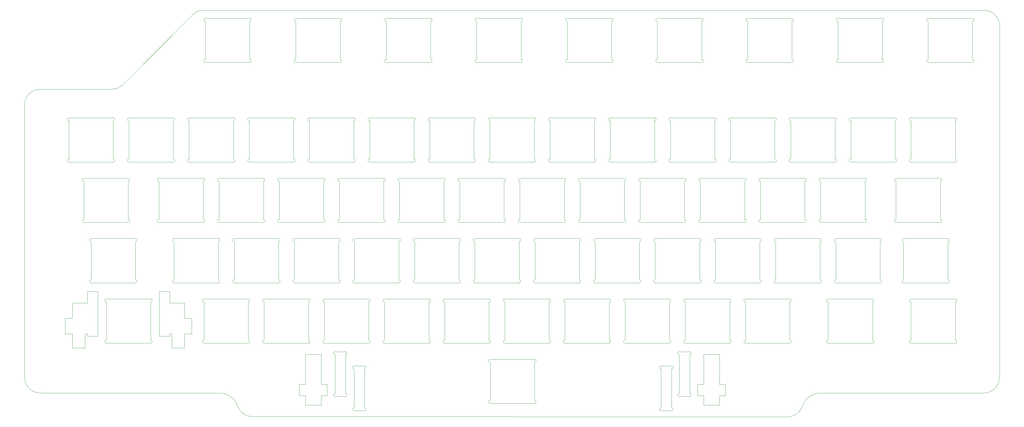
<source format=gm1>
G04 #@! TF.GenerationSoftware,KiCad,Pcbnew,(5.1.10)-1*
G04 #@! TF.CreationDate,2021-11-07T18:25:41-08:00*
G04 #@! TF.ProjectId,Atari130MXPlate,41746172-6931-4333-904d-58506c617465,C.4*
G04 #@! TF.SameCoordinates,Original*
G04 #@! TF.FileFunction,Profile,NP*
%FSLAX46Y46*%
G04 Gerber Fmt 4.6, Leading zero omitted, Abs format (unit mm)*
G04 Created by KiCad (PCBNEW (5.1.10)-1) date 2021-11-07 18:25:41*
%MOMM*%
%LPD*%
G01*
G04 APERTURE LIST*
G04 #@! TA.AperFunction,Profile*
%ADD10C,0.050000*%
G04 #@! TD*
G04 #@! TA.AperFunction,Profile*
%ADD11C,0.120000*%
G04 #@! TD*
G04 APERTURE END LIST*
D10*
X85401918Y-23152338D02*
G75*
G02*
X88902060Y-21690000I3530622J-3530622D01*
G01*
X63432540Y-45218494D02*
G75*
G02*
X59897006Y-46682960I-3535534J3535534D01*
G01*
X32370000Y-51690000D02*
G75*
G02*
X37370000Y-46690000I5000000J0D01*
G01*
X37370000Y-142690000D02*
G75*
G02*
X32370000Y-137690000I0J5000000D01*
G01*
X93977645Y-142706976D02*
X37370000Y-142690000D01*
X99720157Y-146884367D02*
G75*
G03*
X93977645Y-142706976I-5742512J-1858319D01*
G01*
X99720157Y-146884367D02*
G75*
G03*
X104418620Y-150174266I4698463J1710101D01*
G01*
X278089444Y-146906806D02*
G75*
G02*
X283838715Y-142708398I5749271J-1837302D01*
G01*
X278089444Y-146906806D02*
G75*
G02*
X273390981Y-150196705I-4698463J1710101D01*
G01*
X340370000Y-137690000D02*
G75*
G02*
X335370000Y-142690000I-5000000J0D01*
G01*
X335370000Y-21690000D02*
G75*
G02*
X340370000Y-26690000I0J-5000000D01*
G01*
X63432540Y-45218494D02*
X85401918Y-23152338D01*
X37370000Y-46690000D02*
X59897006Y-46682960D01*
X32370000Y-137690000D02*
X32370000Y-51690000D01*
X273390981Y-150196705D02*
X104418620Y-150174266D01*
X335370000Y-21690000D02*
X88902060Y-21690000D01*
X340370000Y-137690000D02*
X340370000Y-26690000D01*
X283838715Y-142708398D02*
X335370000Y-142690000D01*
D11*
X103470000Y-24240000D02*
G75*
G02*
X103470000Y-25240000I0J-500000D01*
G01*
X89470000Y-25240000D02*
G75*
G02*
X89470000Y-24240000I0J500000D01*
G01*
X103470000Y-37240000D02*
G75*
G02*
X103470000Y-38240000I0J-500000D01*
G01*
X89470000Y-38240000D02*
G75*
G02*
X89470000Y-37240000I0J500000D01*
G01*
X89470000Y-38240000D02*
X103470000Y-38240000D01*
X89470000Y-24240000D02*
X103470000Y-24240000D01*
X89470000Y-25240000D02*
X89470000Y-37240000D01*
X103470000Y-25240000D02*
X103470000Y-37240000D01*
X132045000Y-24240000D02*
G75*
G02*
X132045000Y-25240000I0J-500000D01*
G01*
X118045000Y-25240000D02*
G75*
G02*
X118045000Y-24240000I0J500000D01*
G01*
X132045000Y-37240000D02*
G75*
G02*
X132045000Y-38240000I0J-500000D01*
G01*
X118045000Y-38240000D02*
G75*
G02*
X118045000Y-37240000I0J500000D01*
G01*
X118045000Y-38240000D02*
X132045000Y-38240000D01*
X118045000Y-24240000D02*
X132045000Y-24240000D01*
X118045000Y-25240000D02*
X118045000Y-37240000D01*
X132045000Y-25240000D02*
X132045000Y-37240000D01*
X160620000Y-24240000D02*
G75*
G02*
X160620000Y-25240000I0J-500000D01*
G01*
X146620000Y-25240000D02*
G75*
G02*
X146620000Y-24240000I0J500000D01*
G01*
X160620000Y-37240000D02*
G75*
G02*
X160620000Y-38240000I0J-500000D01*
G01*
X146620000Y-38240000D02*
G75*
G02*
X146620000Y-37240000I0J500000D01*
G01*
X146620000Y-38240000D02*
X160620000Y-38240000D01*
X146620000Y-24240000D02*
X160620000Y-24240000D01*
X146620000Y-25240000D02*
X146620000Y-37240000D01*
X160620000Y-25240000D02*
X160620000Y-37240000D01*
X189195000Y-24240000D02*
G75*
G02*
X189195000Y-25240000I0J-500000D01*
G01*
X175195000Y-25240000D02*
G75*
G02*
X175195000Y-24240000I0J500000D01*
G01*
X189195000Y-37240000D02*
G75*
G02*
X189195000Y-38240000I0J-500000D01*
G01*
X175195000Y-38240000D02*
G75*
G02*
X175195000Y-37240000I0J500000D01*
G01*
X175195000Y-38240000D02*
X189195000Y-38240000D01*
X175195000Y-24240000D02*
X189195000Y-24240000D01*
X175195000Y-25240000D02*
X175195000Y-37240000D01*
X189195000Y-25240000D02*
X189195000Y-37240000D01*
X303270000Y-24240000D02*
G75*
G02*
X303270000Y-25240000I0J-500000D01*
G01*
X289270000Y-25240000D02*
G75*
G02*
X289270000Y-24240000I0J500000D01*
G01*
X303270000Y-37240000D02*
G75*
G02*
X303270000Y-38240000I0J-500000D01*
G01*
X289270000Y-38240000D02*
G75*
G02*
X289270000Y-37240000I0J500000D01*
G01*
X289270000Y-38240000D02*
X303270000Y-38240000D01*
X289270000Y-24240000D02*
X303270000Y-24240000D01*
X289270000Y-25240000D02*
X289270000Y-37240000D01*
X303270000Y-25240000D02*
X303270000Y-37240000D01*
X246270000Y-24240000D02*
G75*
G02*
X246270000Y-25240000I0J-500000D01*
G01*
X232270000Y-25240000D02*
G75*
G02*
X232270000Y-24240000I0J500000D01*
G01*
X246270000Y-37240000D02*
G75*
G02*
X246270000Y-38240000I0J-500000D01*
G01*
X232270000Y-38240000D02*
G75*
G02*
X232270000Y-37240000I0J500000D01*
G01*
X232270000Y-38240000D02*
X246270000Y-38240000D01*
X232270000Y-24240000D02*
X246270000Y-24240000D01*
X232270000Y-25240000D02*
X232270000Y-37240000D01*
X246270000Y-25240000D02*
X246270000Y-37240000D01*
X217770000Y-24240000D02*
G75*
G02*
X217770000Y-25240000I0J-500000D01*
G01*
X203770000Y-25240000D02*
G75*
G02*
X203770000Y-24240000I0J500000D01*
G01*
X217770000Y-37240000D02*
G75*
G02*
X217770000Y-38240000I0J-500000D01*
G01*
X203770000Y-38240000D02*
G75*
G02*
X203770000Y-37240000I0J500000D01*
G01*
X203770000Y-38240000D02*
X217770000Y-38240000D01*
X203770000Y-24240000D02*
X217770000Y-24240000D01*
X203770000Y-25240000D02*
X203770000Y-37240000D01*
X217770000Y-25240000D02*
X217770000Y-37240000D01*
X331770000Y-24240000D02*
G75*
G02*
X331770000Y-25240000I0J-500000D01*
G01*
X317770000Y-25240000D02*
G75*
G02*
X317770000Y-24240000I0J500000D01*
G01*
X331770000Y-37240000D02*
G75*
G02*
X331770000Y-38240000I0J-500000D01*
G01*
X317770000Y-38240000D02*
G75*
G02*
X317770000Y-37240000I0J500000D01*
G01*
X317770000Y-38240000D02*
X331770000Y-38240000D01*
X317770000Y-24240000D02*
X331770000Y-24240000D01*
X317770000Y-25240000D02*
X317770000Y-37240000D01*
X331770000Y-25240000D02*
X331770000Y-37240000D01*
X274770000Y-24240000D02*
G75*
G02*
X274770000Y-25240000I0J-500000D01*
G01*
X260770000Y-25240000D02*
G75*
G02*
X260770000Y-24240000I0J500000D01*
G01*
X274770000Y-37240000D02*
G75*
G02*
X274770000Y-38240000I0J-500000D01*
G01*
X260770000Y-38240000D02*
G75*
G02*
X260770000Y-37240000I0J500000D01*
G01*
X260770000Y-38240000D02*
X274770000Y-38240000D01*
X260770000Y-24240000D02*
X274770000Y-24240000D01*
X260770000Y-25240000D02*
X260770000Y-37240000D01*
X274770000Y-25240000D02*
X274770000Y-37240000D01*
X236770000Y-147310000D02*
G75*
G02*
X236770000Y-148310000I0J-500000D01*
G01*
X233470000Y-135110000D02*
G75*
G02*
X233470000Y-134110000I0J500000D01*
G01*
X233470000Y-148310000D02*
G75*
G02*
X233470000Y-147310000I0J500000D01*
G01*
X236770000Y-134110000D02*
G75*
G02*
X236770000Y-135110000I0J-500000D01*
G01*
X136470000Y-135110000D02*
G75*
G02*
X136470000Y-134110000I0J500000D01*
G01*
X136470000Y-148310000D02*
G75*
G02*
X136470000Y-147310000I0J500000D01*
G01*
X139770000Y-147310000D02*
G75*
G02*
X139770000Y-148310000I0J-500000D01*
G01*
X139770000Y-134110000D02*
G75*
G02*
X139770000Y-135110000I0J-500000D01*
G01*
X242470000Y-142810000D02*
G75*
G02*
X242470000Y-143810000I0J-500000D01*
G01*
X242470000Y-129610000D02*
G75*
G02*
X242470000Y-130610000I0J-500000D01*
G01*
X239170000Y-143810000D02*
G75*
G02*
X239170000Y-142810000I0J500000D01*
G01*
X239170000Y-130610000D02*
G75*
G02*
X239170000Y-129610000I0J500000D01*
G01*
X130470000Y-143810000D02*
G75*
G02*
X130470000Y-142810000I0J500000D01*
G01*
X130470000Y-130610000D02*
G75*
G02*
X130470000Y-129610000I0J500000D01*
G01*
X133770000Y-142810000D02*
G75*
G02*
X133770000Y-143810000I0J-500000D01*
G01*
X133770000Y-129610000D02*
G75*
G02*
X133770000Y-130610000I0J-500000D01*
G01*
X179470000Y-133010000D02*
G75*
G02*
X179470000Y-132010000I0J500000D01*
G01*
X193470000Y-132010000D02*
G75*
G02*
X193470000Y-133010000I0J-500000D01*
G01*
X193470000Y-145010000D02*
G75*
G02*
X193470000Y-146010000I0J-500000D01*
G01*
X179470000Y-146010000D02*
G75*
G02*
X179470000Y-145010000I0J500000D01*
G01*
X179470000Y-132010000D02*
X193470000Y-132010000D01*
X179470000Y-146010000D02*
X193470000Y-146010000D01*
X179470000Y-133010000D02*
X179470000Y-145010000D01*
X193470000Y-133010000D02*
X193470000Y-145010000D01*
X130470000Y-143810000D02*
X133770000Y-143810000D01*
X130470000Y-130610000D02*
X130470000Y-142810000D01*
X133770000Y-129610000D02*
X130470000Y-129610000D01*
X133770000Y-130610000D02*
X133770000Y-142810000D01*
X239170000Y-143810000D02*
X242470000Y-143810000D01*
X239170000Y-130610000D02*
X239170000Y-142810000D01*
X242470000Y-129610000D02*
X239170000Y-129610000D01*
X242470000Y-130610000D02*
X242470000Y-142810000D01*
X126070000Y-130510000D02*
X121070000Y-130510000D01*
X121070000Y-130510000D02*
X121070000Y-140010000D01*
X126070000Y-130510000D02*
X126070000Y-140010000D01*
X126070000Y-143510000D02*
X126070000Y-146510000D01*
X121070000Y-143510000D02*
X121070000Y-146510000D01*
X121070000Y-146510000D02*
X126070000Y-146510000D01*
X119170000Y-140010000D02*
X119170000Y-143510000D01*
X127970000Y-140010000D02*
X127970000Y-143510000D01*
X119170000Y-140010000D02*
X121070000Y-140010000D01*
X119170000Y-143510000D02*
X121070000Y-143510000D01*
X126070000Y-143510000D02*
X127970000Y-143510000D01*
X126070000Y-140010000D02*
X127970000Y-140010000D01*
X244970000Y-143510000D02*
X246870000Y-143510000D01*
X251870000Y-143510000D02*
X253770000Y-143510000D01*
X251870000Y-140010000D02*
X253770000Y-140010000D01*
X244970000Y-140010000D02*
X246870000Y-140010000D01*
X253770000Y-140010000D02*
X253770000Y-143510000D01*
X251870000Y-143510000D02*
X251870000Y-146510000D01*
X246870000Y-130510000D02*
X246870000Y-140010000D01*
X246870000Y-143510000D02*
X246870000Y-146510000D01*
X251870000Y-130510000D02*
X251870000Y-140010000D01*
X244970000Y-140010000D02*
X244970000Y-143510000D01*
X251870000Y-130510000D02*
X246870000Y-130510000D01*
X246870000Y-146510000D02*
X251870000Y-146510000D01*
X136470000Y-148310000D02*
X139770000Y-148310000D01*
X136470000Y-135110000D02*
X136470000Y-147310000D01*
X139770000Y-135110000D02*
X139770000Y-147310000D01*
X139770000Y-134110000D02*
X136470000Y-134110000D01*
X233470000Y-148310000D02*
X236770000Y-148310000D01*
X236770000Y-135110000D02*
X236770000Y-147310000D01*
X233470000Y-135110000D02*
X233470000Y-147310000D01*
X236770000Y-134110000D02*
X233470000Y-134110000D01*
X82920000Y-128460000D02*
X82920000Y-123960000D01*
X78220000Y-123960000D02*
X78920000Y-123960000D01*
X82920000Y-114260000D02*
X82920000Y-119060000D01*
X82920000Y-123960000D02*
X85220000Y-123960000D01*
X85220000Y-123960000D02*
X85220000Y-119060000D01*
X78920000Y-128460000D02*
X82920000Y-128460000D01*
X78920000Y-123960000D02*
X78920000Y-128460000D01*
X85220000Y-119060000D02*
X82920000Y-119060000D01*
X78220000Y-114260000D02*
X82920000Y-114260000D01*
X78220000Y-124760000D02*
X78220000Y-123960000D01*
X74920000Y-124760000D02*
X78220000Y-124760000D01*
X74920000Y-110560000D02*
X74920000Y-124760000D01*
X78220000Y-110560000D02*
X78220000Y-114260000D01*
X74920000Y-110560000D02*
X78220000Y-110560000D01*
X72220000Y-113960000D02*
X72220000Y-125960000D01*
X58220000Y-126960000D02*
X72220000Y-126960000D01*
X58220000Y-112960000D02*
X72220000Y-112960000D01*
X58220000Y-113960000D02*
X58220000Y-125960000D01*
X47520000Y-114260000D02*
X47520000Y-119060000D01*
X45220000Y-119060000D02*
X47520000Y-119060000D01*
X45220000Y-123960000D02*
X45220000Y-119060000D01*
X47520000Y-123960000D02*
X45220000Y-123960000D01*
X47520000Y-128460000D02*
X47520000Y-123960000D01*
X51520000Y-128460000D02*
X47520000Y-128460000D01*
X51520000Y-123960000D02*
X51520000Y-128460000D01*
X52220000Y-123960000D02*
X51520000Y-123960000D01*
X52220000Y-124760000D02*
X52220000Y-123960000D01*
X55520000Y-124760000D02*
X52220000Y-124760000D01*
X55520000Y-110560000D02*
X55520000Y-124760000D01*
X55520000Y-110560000D02*
X52220000Y-110560000D01*
X52220000Y-110560000D02*
X52220000Y-114260000D01*
X52220000Y-114260000D02*
X47520000Y-114260000D01*
X58220000Y-126960000D02*
G75*
G02*
X58220000Y-125960000I0J500000D01*
G01*
X72220000Y-112960000D02*
G75*
G02*
X72220000Y-113960000I0J-500000D01*
G01*
X58220000Y-113960000D02*
G75*
G02*
X58220000Y-112960000I0J500000D01*
G01*
X72220000Y-125960000D02*
G75*
G02*
X72220000Y-126960000I0J-500000D01*
G01*
X324010000Y-94860000D02*
X324010000Y-106860000D01*
X310010000Y-93860000D02*
X324010000Y-93860000D01*
X310010000Y-107860000D02*
X324010000Y-107860000D01*
X310010000Y-94860000D02*
X310010000Y-106860000D01*
X310010000Y-107860000D02*
G75*
G02*
X310010000Y-106860000I0J500000D01*
G01*
X324010000Y-106860000D02*
G75*
G02*
X324010000Y-107860000I0J-500000D01*
G01*
X310010000Y-94860000D02*
G75*
G02*
X310010000Y-93860000I0J500000D01*
G01*
X324010000Y-93860000D02*
G75*
G02*
X324010000Y-94860000I0J-500000D01*
G01*
X67410000Y-94860000D02*
X67410000Y-106860000D01*
X53410000Y-94860000D02*
X53410000Y-106860000D01*
X53410000Y-93860000D02*
X67410000Y-93860000D01*
X53410000Y-107860000D02*
X67410000Y-107860000D01*
X67410000Y-93860000D02*
G75*
G02*
X67410000Y-94860000I0J-500000D01*
G01*
X53410000Y-94860000D02*
G75*
G02*
X53410000Y-93860000I0J500000D01*
G01*
X67410000Y-106860000D02*
G75*
G02*
X67410000Y-107860000I0J-500000D01*
G01*
X53410000Y-107860000D02*
G75*
G02*
X53410000Y-106860000I0J500000D01*
G01*
X300195000Y-113960000D02*
X300195000Y-125960000D01*
X286195000Y-113960000D02*
X286195000Y-125960000D01*
X286195000Y-112960000D02*
X300195000Y-112960000D01*
X286195000Y-126960000D02*
X300195000Y-126960000D01*
X300195000Y-112960000D02*
G75*
G02*
X300195000Y-113960000I0J-500000D01*
G01*
X286195000Y-113960000D02*
G75*
G02*
X286195000Y-112960000I0J500000D01*
G01*
X300195000Y-125960000D02*
G75*
G02*
X300195000Y-126960000I0J-500000D01*
G01*
X286195000Y-126960000D02*
G75*
G02*
X286195000Y-125960000I0J500000D01*
G01*
X51130000Y-88790000D02*
X65130000Y-88790000D01*
X51130000Y-74790000D02*
X65130000Y-74790000D01*
X51130000Y-75790000D02*
X51130000Y-87790000D01*
X65130000Y-75790000D02*
X65130000Y-87790000D01*
X65130000Y-74790000D02*
G75*
G02*
X65130000Y-75790000I0J-500000D01*
G01*
X51130000Y-75790000D02*
G75*
G02*
X51130000Y-74790000I0J500000D01*
G01*
X65130000Y-87790000D02*
G75*
G02*
X65130000Y-88790000I0J-500000D01*
G01*
X51130000Y-88790000D02*
G75*
G02*
X51130000Y-87790000I0J500000D01*
G01*
X307630000Y-88790000D02*
X321630000Y-88790000D01*
X307630000Y-74790000D02*
X321630000Y-74790000D01*
X307630000Y-75790000D02*
X307630000Y-87790000D01*
X321630000Y-75790000D02*
X321630000Y-87790000D01*
X321630000Y-74790000D02*
G75*
G02*
X321630000Y-75790000I0J-500000D01*
G01*
X307630000Y-75790000D02*
G75*
G02*
X307630000Y-74790000I0J500000D01*
G01*
X321630000Y-87790000D02*
G75*
G02*
X321630000Y-88790000I0J-500000D01*
G01*
X307630000Y-88790000D02*
G75*
G02*
X307630000Y-87790000I0J500000D01*
G01*
X60370000Y-56690000D02*
X60370000Y-68690000D01*
X46370000Y-55690000D02*
X60370000Y-55690000D01*
X46370000Y-69690000D02*
X60370000Y-69690000D01*
X46370000Y-56690000D02*
X46370000Y-68690000D01*
X46370000Y-69690000D02*
G75*
G02*
X46370000Y-68690000I0J500000D01*
G01*
X60370000Y-68690000D02*
G75*
G02*
X60370000Y-69690000I0J-500000D01*
G01*
X46370000Y-56690000D02*
G75*
G02*
X46370000Y-55690000I0J500000D01*
G01*
X60370000Y-55690000D02*
G75*
G02*
X60370000Y-56690000I0J-500000D01*
G01*
X207610000Y-94860000D02*
X207610000Y-106860000D01*
X193610000Y-93860000D02*
X207610000Y-93860000D01*
X193610000Y-107860000D02*
X207610000Y-107860000D01*
X193610000Y-94860000D02*
X193610000Y-106860000D01*
X193610000Y-107860000D02*
G75*
G02*
X193610000Y-106860000I0J500000D01*
G01*
X207610000Y-106860000D02*
G75*
G02*
X207610000Y-107860000I0J-500000D01*
G01*
X193610000Y-94860000D02*
G75*
G02*
X193610000Y-93860000I0J500000D01*
G01*
X207610000Y-93860000D02*
G75*
G02*
X207610000Y-94860000I0J-500000D01*
G01*
X150610000Y-94860000D02*
X150610000Y-106860000D01*
X136610000Y-93860000D02*
X150610000Y-93860000D01*
X136610000Y-107860000D02*
X150610000Y-107860000D01*
X136610000Y-94860000D02*
X136610000Y-106860000D01*
X136610000Y-107860000D02*
G75*
G02*
X136610000Y-106860000I0J500000D01*
G01*
X150610000Y-106860000D02*
G75*
G02*
X150610000Y-107860000I0J-500000D01*
G01*
X136610000Y-94860000D02*
G75*
G02*
X136610000Y-93860000I0J500000D01*
G01*
X150610000Y-93860000D02*
G75*
G02*
X150610000Y-94860000I0J-500000D01*
G01*
X141070000Y-113960000D02*
X141070000Y-125960000D01*
X127070000Y-112960000D02*
X141070000Y-112960000D01*
X127070000Y-126960000D02*
X141070000Y-126960000D01*
X127070000Y-113960000D02*
X127070000Y-125960000D01*
X127070000Y-126960000D02*
G75*
G02*
X127070000Y-125960000I0J500000D01*
G01*
X141070000Y-125960000D02*
G75*
G02*
X141070000Y-126960000I0J-500000D01*
G01*
X127070000Y-113960000D02*
G75*
G02*
X127070000Y-112960000I0J500000D01*
G01*
X141070000Y-112960000D02*
G75*
G02*
X141070000Y-113960000I0J-500000D01*
G01*
X236070000Y-113960000D02*
X236070000Y-125960000D01*
X222070000Y-112960000D02*
X236070000Y-112960000D01*
X222070000Y-126960000D02*
X236070000Y-126960000D01*
X222070000Y-113960000D02*
X222070000Y-125960000D01*
X222070000Y-126960000D02*
G75*
G02*
X222070000Y-125960000I0J500000D01*
G01*
X236070000Y-125960000D02*
G75*
G02*
X236070000Y-126960000I0J-500000D01*
G01*
X222070000Y-113960000D02*
G75*
G02*
X222070000Y-112960000I0J500000D01*
G01*
X236070000Y-112960000D02*
G75*
G02*
X236070000Y-113960000I0J-500000D01*
G01*
X131610000Y-94860000D02*
X131610000Y-106860000D01*
X117610000Y-93860000D02*
X131610000Y-93860000D01*
X117610000Y-107860000D02*
X131610000Y-107860000D01*
X117610000Y-94860000D02*
X117610000Y-106860000D01*
X117610000Y-107860000D02*
G75*
G02*
X117610000Y-106860000I0J500000D01*
G01*
X131610000Y-106860000D02*
G75*
G02*
X131610000Y-107860000I0J-500000D01*
G01*
X117610000Y-94860000D02*
G75*
G02*
X117610000Y-93860000I0J500000D01*
G01*
X131610000Y-93860000D02*
G75*
G02*
X131610000Y-94860000I0J-500000D01*
G01*
X297830000Y-75790000D02*
X297830000Y-87790000D01*
X283830000Y-74790000D02*
X297830000Y-74790000D01*
X283830000Y-88790000D02*
X297830000Y-88790000D01*
X283830000Y-75790000D02*
X283830000Y-87790000D01*
X283830000Y-88790000D02*
G75*
G02*
X283830000Y-87790000I0J500000D01*
G01*
X297830000Y-87790000D02*
G75*
G02*
X297830000Y-88790000I0J-500000D01*
G01*
X283830000Y-75790000D02*
G75*
G02*
X283830000Y-74790000I0J500000D01*
G01*
X297830000Y-74790000D02*
G75*
G02*
X297830000Y-75790000I0J-500000D01*
G01*
X169610000Y-94860000D02*
X169610000Y-106860000D01*
X155610000Y-93860000D02*
X169610000Y-93860000D01*
X155610000Y-107860000D02*
X169610000Y-107860000D01*
X155610000Y-94860000D02*
X155610000Y-106860000D01*
X155610000Y-107860000D02*
G75*
G02*
X155610000Y-106860000I0J500000D01*
G01*
X169610000Y-106860000D02*
G75*
G02*
X169610000Y-107860000I0J-500000D01*
G01*
X155610000Y-94860000D02*
G75*
G02*
X155610000Y-93860000I0J500000D01*
G01*
X169610000Y-93860000D02*
G75*
G02*
X169610000Y-94860000I0J-500000D01*
G01*
X221830000Y-75790000D02*
X221830000Y-87790000D01*
X207830000Y-74790000D02*
X221830000Y-74790000D01*
X207830000Y-88790000D02*
X221830000Y-88790000D01*
X207830000Y-75790000D02*
X207830000Y-87790000D01*
X207830000Y-88790000D02*
G75*
G02*
X207830000Y-87790000I0J500000D01*
G01*
X221830000Y-87790000D02*
G75*
G02*
X221830000Y-88790000I0J-500000D01*
G01*
X207830000Y-75790000D02*
G75*
G02*
X207830000Y-74790000I0J500000D01*
G01*
X221830000Y-74790000D02*
G75*
G02*
X221830000Y-75790000I0J-500000D01*
G01*
X179070000Y-113960000D02*
X179070000Y-125960000D01*
X165070000Y-112960000D02*
X179070000Y-112960000D01*
X165070000Y-126960000D02*
X179070000Y-126960000D01*
X165070000Y-113960000D02*
X165070000Y-125960000D01*
X165070000Y-126960000D02*
G75*
G02*
X165070000Y-125960000I0J500000D01*
G01*
X179070000Y-125960000D02*
G75*
G02*
X179070000Y-126960000I0J-500000D01*
G01*
X165070000Y-113960000D02*
G75*
G02*
X165070000Y-112960000I0J500000D01*
G01*
X179070000Y-112960000D02*
G75*
G02*
X179070000Y-113960000I0J-500000D01*
G01*
X326370000Y-56690000D02*
X326370000Y-68690000D01*
X312370000Y-55690000D02*
X326370000Y-55690000D01*
X312370000Y-69690000D02*
X326370000Y-69690000D01*
X312370000Y-56690000D02*
X312370000Y-68690000D01*
X312370000Y-69690000D02*
G75*
G02*
X312370000Y-68690000I0J500000D01*
G01*
X326370000Y-68690000D02*
G75*
G02*
X326370000Y-69690000I0J-500000D01*
G01*
X312370000Y-56690000D02*
G75*
G02*
X312370000Y-55690000I0J500000D01*
G01*
X326370000Y-55690000D02*
G75*
G02*
X326370000Y-56690000I0J-500000D01*
G01*
X126830000Y-75790000D02*
X126830000Y-87790000D01*
X112830000Y-74790000D02*
X126830000Y-74790000D01*
X112830000Y-88790000D02*
X126830000Y-88790000D01*
X112830000Y-75790000D02*
X112830000Y-87790000D01*
X112830000Y-88790000D02*
G75*
G02*
X112830000Y-87790000I0J500000D01*
G01*
X126830000Y-87790000D02*
G75*
G02*
X126830000Y-88790000I0J-500000D01*
G01*
X112830000Y-75790000D02*
G75*
G02*
X112830000Y-74790000I0J500000D01*
G01*
X126830000Y-74790000D02*
G75*
G02*
X126830000Y-75790000I0J-500000D01*
G01*
X326370000Y-113960000D02*
X326370000Y-125960000D01*
X312370000Y-112960000D02*
X326370000Y-112960000D01*
X312370000Y-126960000D02*
X326370000Y-126960000D01*
X312370000Y-113960000D02*
X312370000Y-125960000D01*
X312370000Y-126960000D02*
G75*
G02*
X312370000Y-125960000I0J500000D01*
G01*
X326370000Y-125960000D02*
G75*
G02*
X326370000Y-126960000I0J-500000D01*
G01*
X312370000Y-113960000D02*
G75*
G02*
X312370000Y-112960000I0J500000D01*
G01*
X326370000Y-112960000D02*
G75*
G02*
X326370000Y-113960000I0J-500000D01*
G01*
X278830000Y-75790000D02*
X278830000Y-87790000D01*
X264830000Y-74790000D02*
X278830000Y-74790000D01*
X264830000Y-88790000D02*
X278830000Y-88790000D01*
X264830000Y-75790000D02*
X264830000Y-87790000D01*
X264830000Y-88790000D02*
G75*
G02*
X264830000Y-87790000I0J500000D01*
G01*
X278830000Y-87790000D02*
G75*
G02*
X278830000Y-88790000I0J-500000D01*
G01*
X264830000Y-75790000D02*
G75*
G02*
X264830000Y-74790000I0J500000D01*
G01*
X278830000Y-74790000D02*
G75*
G02*
X278830000Y-75790000I0J-500000D01*
G01*
X307370000Y-56690000D02*
X307370000Y-68690000D01*
X293370000Y-55690000D02*
X307370000Y-55690000D01*
X293370000Y-69690000D02*
X307370000Y-69690000D01*
X293370000Y-56690000D02*
X293370000Y-68690000D01*
X293370000Y-69690000D02*
G75*
G02*
X293370000Y-68690000I0J500000D01*
G01*
X307370000Y-68690000D02*
G75*
G02*
X307370000Y-69690000I0J-500000D01*
G01*
X293370000Y-56690000D02*
G75*
G02*
X293370000Y-55690000I0J500000D01*
G01*
X307370000Y-55690000D02*
G75*
G02*
X307370000Y-56690000I0J-500000D01*
G01*
X288370000Y-56690000D02*
X288370000Y-68690000D01*
X274370000Y-55690000D02*
X288370000Y-55690000D01*
X274370000Y-69690000D02*
X288370000Y-69690000D01*
X274370000Y-56690000D02*
X274370000Y-68690000D01*
X274370000Y-69690000D02*
G75*
G02*
X274370000Y-68690000I0J500000D01*
G01*
X288370000Y-68690000D02*
G75*
G02*
X288370000Y-69690000I0J-500000D01*
G01*
X274370000Y-56690000D02*
G75*
G02*
X274370000Y-55690000I0J500000D01*
G01*
X288370000Y-55690000D02*
G75*
G02*
X288370000Y-56690000I0J-500000D01*
G01*
X188610000Y-94860000D02*
X188610000Y-106860000D01*
X174610000Y-93860000D02*
X188610000Y-93860000D01*
X174610000Y-107860000D02*
X188610000Y-107860000D01*
X174610000Y-94860000D02*
X174610000Y-106860000D01*
X174610000Y-107860000D02*
G75*
G02*
X174610000Y-106860000I0J500000D01*
G01*
X188610000Y-106860000D02*
G75*
G02*
X188610000Y-107860000I0J-500000D01*
G01*
X174610000Y-94860000D02*
G75*
G02*
X174610000Y-93860000I0J500000D01*
G01*
X188610000Y-93860000D02*
G75*
G02*
X188610000Y-94860000I0J-500000D01*
G01*
X259830000Y-75790000D02*
X259830000Y-87790000D01*
X245830000Y-74790000D02*
X259830000Y-74790000D01*
X245830000Y-88790000D02*
X259830000Y-88790000D01*
X245830000Y-75790000D02*
X245830000Y-87790000D01*
X245830000Y-88790000D02*
G75*
G02*
X245830000Y-87790000I0J500000D01*
G01*
X259830000Y-87790000D02*
G75*
G02*
X259830000Y-88790000I0J-500000D01*
G01*
X245830000Y-75790000D02*
G75*
G02*
X245830000Y-74790000I0J500000D01*
G01*
X259830000Y-74790000D02*
G75*
G02*
X259830000Y-75790000I0J-500000D01*
G01*
X274070000Y-113960000D02*
X274070000Y-125960000D01*
X260070000Y-112960000D02*
X274070000Y-112960000D01*
X260070000Y-126960000D02*
X274070000Y-126960000D01*
X260070000Y-113960000D02*
X260070000Y-125960000D01*
X260070000Y-126960000D02*
G75*
G02*
X260070000Y-125960000I0J500000D01*
G01*
X274070000Y-125960000D02*
G75*
G02*
X274070000Y-126960000I0J-500000D01*
G01*
X260070000Y-113960000D02*
G75*
G02*
X260070000Y-112960000I0J500000D01*
G01*
X274070000Y-112960000D02*
G75*
G02*
X274070000Y-113960000I0J-500000D01*
G01*
X264610000Y-94860000D02*
X264610000Y-106860000D01*
X250610000Y-93860000D02*
X264610000Y-93860000D01*
X250610000Y-107860000D02*
X264610000Y-107860000D01*
X250610000Y-94860000D02*
X250610000Y-106860000D01*
X250610000Y-107860000D02*
G75*
G02*
X250610000Y-106860000I0J500000D01*
G01*
X264610000Y-106860000D02*
G75*
G02*
X264610000Y-107860000I0J-500000D01*
G01*
X250610000Y-94860000D02*
G75*
G02*
X250610000Y-93860000I0J500000D01*
G01*
X264610000Y-93860000D02*
G75*
G02*
X264610000Y-94860000I0J-500000D01*
G01*
X269370000Y-56690000D02*
X269370000Y-68690000D01*
X255370000Y-55690000D02*
X269370000Y-55690000D01*
X255370000Y-69690000D02*
X269370000Y-69690000D01*
X255370000Y-56690000D02*
X255370000Y-68690000D01*
X255370000Y-69690000D02*
G75*
G02*
X255370000Y-68690000I0J500000D01*
G01*
X269370000Y-68690000D02*
G75*
G02*
X269370000Y-69690000I0J-500000D01*
G01*
X255370000Y-56690000D02*
G75*
G02*
X255370000Y-55690000I0J500000D01*
G01*
X269370000Y-55690000D02*
G75*
G02*
X269370000Y-56690000I0J-500000D01*
G01*
X198070000Y-113960000D02*
X198070000Y-125960000D01*
X184070000Y-112960000D02*
X198070000Y-112960000D01*
X184070000Y-126960000D02*
X198070000Y-126960000D01*
X184070000Y-113960000D02*
X184070000Y-125960000D01*
X184070000Y-126960000D02*
G75*
G02*
X184070000Y-125960000I0J500000D01*
G01*
X198070000Y-125960000D02*
G75*
G02*
X198070000Y-126960000I0J-500000D01*
G01*
X184070000Y-113960000D02*
G75*
G02*
X184070000Y-112960000I0J500000D01*
G01*
X198070000Y-112960000D02*
G75*
G02*
X198070000Y-113960000I0J-500000D01*
G01*
X164830000Y-75790000D02*
X164830000Y-87790000D01*
X150830000Y-74790000D02*
X164830000Y-74790000D01*
X150830000Y-88790000D02*
X164830000Y-88790000D01*
X150830000Y-75790000D02*
X150830000Y-87790000D01*
X150830000Y-88790000D02*
G75*
G02*
X150830000Y-87790000I0J500000D01*
G01*
X164830000Y-87790000D02*
G75*
G02*
X164830000Y-88790000I0J-500000D01*
G01*
X150830000Y-75790000D02*
G75*
G02*
X150830000Y-74790000I0J500000D01*
G01*
X164830000Y-74790000D02*
G75*
G02*
X164830000Y-75790000I0J-500000D01*
G01*
X217070000Y-113960000D02*
X217070000Y-125960000D01*
X203070000Y-112960000D02*
X217070000Y-112960000D01*
X203070000Y-126960000D02*
X217070000Y-126960000D01*
X203070000Y-113960000D02*
X203070000Y-125960000D01*
X203070000Y-126960000D02*
G75*
G02*
X203070000Y-125960000I0J500000D01*
G01*
X217070000Y-125960000D02*
G75*
G02*
X217070000Y-126960000I0J-500000D01*
G01*
X203070000Y-113960000D02*
G75*
G02*
X203070000Y-112960000I0J500000D01*
G01*
X217070000Y-112960000D02*
G75*
G02*
X217070000Y-113960000I0J-500000D01*
G01*
X112610000Y-94860000D02*
X112610000Y-106860000D01*
X98610000Y-93860000D02*
X112610000Y-93860000D01*
X98610000Y-107860000D02*
X112610000Y-107860000D01*
X98610000Y-94860000D02*
X98610000Y-106860000D01*
X98610000Y-107860000D02*
G75*
G02*
X98610000Y-106860000I0J500000D01*
G01*
X112610000Y-106860000D02*
G75*
G02*
X112610000Y-107860000I0J-500000D01*
G01*
X98610000Y-94860000D02*
G75*
G02*
X98610000Y-93860000I0J500000D01*
G01*
X112610000Y-93860000D02*
G75*
G02*
X112610000Y-94860000I0J-500000D01*
G01*
X145830000Y-75790000D02*
X145830000Y-87790000D01*
X131830000Y-74790000D02*
X145830000Y-74790000D01*
X131830000Y-88790000D02*
X145830000Y-88790000D01*
X131830000Y-75790000D02*
X131830000Y-87790000D01*
X131830000Y-88790000D02*
G75*
G02*
X131830000Y-87790000I0J500000D01*
G01*
X145830000Y-87790000D02*
G75*
G02*
X145830000Y-88790000I0J-500000D01*
G01*
X131830000Y-75790000D02*
G75*
G02*
X131830000Y-74790000I0J500000D01*
G01*
X145830000Y-74790000D02*
G75*
G02*
X145830000Y-75790000I0J-500000D01*
G01*
X88830000Y-75790000D02*
X88830000Y-87790000D01*
X74830000Y-74790000D02*
X88830000Y-74790000D01*
X74830000Y-88790000D02*
X88830000Y-88790000D01*
X74830000Y-75790000D02*
X74830000Y-87790000D01*
X74830000Y-88790000D02*
G75*
G02*
X74830000Y-87790000I0J500000D01*
G01*
X88830000Y-87790000D02*
G75*
G02*
X88830000Y-88790000I0J-500000D01*
G01*
X74830000Y-75790000D02*
G75*
G02*
X74830000Y-74790000I0J500000D01*
G01*
X88830000Y-74790000D02*
G75*
G02*
X88830000Y-75790000I0J-500000D01*
G01*
X226610000Y-94860000D02*
X226610000Y-106860000D01*
X212610000Y-93860000D02*
X226610000Y-93860000D01*
X212610000Y-107860000D02*
X226610000Y-107860000D01*
X212610000Y-94860000D02*
X212610000Y-106860000D01*
X212610000Y-107860000D02*
G75*
G02*
X212610000Y-106860000I0J500000D01*
G01*
X226610000Y-106860000D02*
G75*
G02*
X226610000Y-107860000I0J-500000D01*
G01*
X212610000Y-94860000D02*
G75*
G02*
X212610000Y-93860000I0J500000D01*
G01*
X226610000Y-93860000D02*
G75*
G02*
X226610000Y-94860000I0J-500000D01*
G01*
X302610000Y-94860000D02*
X302610000Y-106860000D01*
X288610000Y-93860000D02*
X302610000Y-93860000D01*
X288610000Y-107860000D02*
X302610000Y-107860000D01*
X288610000Y-94860000D02*
X288610000Y-106860000D01*
X288610000Y-107860000D02*
G75*
G02*
X288610000Y-106860000I0J500000D01*
G01*
X302610000Y-106860000D02*
G75*
G02*
X302610000Y-107860000I0J-500000D01*
G01*
X288610000Y-94860000D02*
G75*
G02*
X288610000Y-93860000I0J500000D01*
G01*
X302610000Y-93860000D02*
G75*
G02*
X302610000Y-94860000I0J-500000D01*
G01*
X255070000Y-113960000D02*
X255070000Y-125960000D01*
X241070000Y-112960000D02*
X255070000Y-112960000D01*
X241070000Y-126960000D02*
X255070000Y-126960000D01*
X241070000Y-113960000D02*
X241070000Y-125960000D01*
X241070000Y-126960000D02*
G75*
G02*
X241070000Y-125960000I0J500000D01*
G01*
X255070000Y-125960000D02*
G75*
G02*
X255070000Y-126960000I0J-500000D01*
G01*
X241070000Y-113960000D02*
G75*
G02*
X241070000Y-112960000I0J500000D01*
G01*
X255070000Y-112960000D02*
G75*
G02*
X255070000Y-113960000I0J-500000D01*
G01*
X283610000Y-94860000D02*
X283610000Y-106860000D01*
X269610000Y-93860000D02*
X283610000Y-93860000D01*
X269610000Y-107860000D02*
X283610000Y-107860000D01*
X269610000Y-94860000D02*
X269610000Y-106860000D01*
X269610000Y-107860000D02*
G75*
G02*
X269610000Y-106860000I0J500000D01*
G01*
X283610000Y-106860000D02*
G75*
G02*
X283610000Y-107860000I0J-500000D01*
G01*
X269610000Y-94860000D02*
G75*
G02*
X269610000Y-93860000I0J500000D01*
G01*
X283610000Y-93860000D02*
G75*
G02*
X283610000Y-94860000I0J-500000D01*
G01*
X245610000Y-94860000D02*
X245610000Y-106860000D01*
X231610000Y-93860000D02*
X245610000Y-93860000D01*
X231610000Y-107860000D02*
X245610000Y-107860000D01*
X231610000Y-94860000D02*
X231610000Y-106860000D01*
X231610000Y-107860000D02*
G75*
G02*
X231610000Y-106860000I0J500000D01*
G01*
X245610000Y-106860000D02*
G75*
G02*
X245610000Y-107860000I0J-500000D01*
G01*
X231610000Y-94860000D02*
G75*
G02*
X231610000Y-93860000I0J500000D01*
G01*
X245610000Y-93860000D02*
G75*
G02*
X245610000Y-94860000I0J-500000D01*
G01*
X240830000Y-75790000D02*
X240830000Y-87790000D01*
X226830000Y-74790000D02*
X240830000Y-74790000D01*
X226830000Y-88790000D02*
X240830000Y-88790000D01*
X226830000Y-75790000D02*
X226830000Y-87790000D01*
X226830000Y-88790000D02*
G75*
G02*
X226830000Y-87790000I0J500000D01*
G01*
X240830000Y-87790000D02*
G75*
G02*
X240830000Y-88790000I0J-500000D01*
G01*
X226830000Y-75790000D02*
G75*
G02*
X226830000Y-74790000I0J500000D01*
G01*
X240830000Y-74790000D02*
G75*
G02*
X240830000Y-75790000I0J-500000D01*
G01*
X202830000Y-75790000D02*
X202830000Y-87790000D01*
X188830000Y-74790000D02*
X202830000Y-74790000D01*
X188830000Y-88790000D02*
X202830000Y-88790000D01*
X188830000Y-75790000D02*
X188830000Y-87790000D01*
X188830000Y-88790000D02*
G75*
G02*
X188830000Y-87790000I0J500000D01*
G01*
X202830000Y-87790000D02*
G75*
G02*
X202830000Y-88790000I0J-500000D01*
G01*
X188830000Y-75790000D02*
G75*
G02*
X188830000Y-74790000I0J500000D01*
G01*
X202830000Y-74790000D02*
G75*
G02*
X202830000Y-75790000I0J-500000D01*
G01*
X160070000Y-113960000D02*
X160070000Y-125960000D01*
X146070000Y-112960000D02*
X160070000Y-112960000D01*
X146070000Y-126960000D02*
X160070000Y-126960000D01*
X146070000Y-113960000D02*
X146070000Y-125960000D01*
X146070000Y-126960000D02*
G75*
G02*
X146070000Y-125960000I0J500000D01*
G01*
X160070000Y-125960000D02*
G75*
G02*
X160070000Y-126960000I0J-500000D01*
G01*
X146070000Y-113960000D02*
G75*
G02*
X146070000Y-112960000I0J500000D01*
G01*
X160070000Y-112960000D02*
G75*
G02*
X160070000Y-113960000I0J-500000D01*
G01*
X122070000Y-113960000D02*
X122070000Y-125960000D01*
X108070000Y-112960000D02*
X122070000Y-112960000D01*
X108070000Y-126960000D02*
X122070000Y-126960000D01*
X108070000Y-113960000D02*
X108070000Y-125960000D01*
X108070000Y-126960000D02*
G75*
G02*
X108070000Y-125960000I0J500000D01*
G01*
X122070000Y-125960000D02*
G75*
G02*
X122070000Y-126960000I0J-500000D01*
G01*
X108070000Y-113960000D02*
G75*
G02*
X108070000Y-112960000I0J500000D01*
G01*
X122070000Y-112960000D02*
G75*
G02*
X122070000Y-113960000I0J-500000D01*
G01*
X183830000Y-75790000D02*
X183830000Y-87790000D01*
X169830000Y-74790000D02*
X183830000Y-74790000D01*
X169830000Y-88790000D02*
X183830000Y-88790000D01*
X169830000Y-75790000D02*
X169830000Y-87790000D01*
X169830000Y-88790000D02*
G75*
G02*
X169830000Y-87790000I0J500000D01*
G01*
X183830000Y-87790000D02*
G75*
G02*
X183830000Y-88790000I0J-500000D01*
G01*
X169830000Y-75790000D02*
G75*
G02*
X169830000Y-74790000I0J500000D01*
G01*
X183830000Y-74790000D02*
G75*
G02*
X183830000Y-75790000I0J-500000D01*
G01*
X103070000Y-113960000D02*
X103070000Y-125960000D01*
X89070000Y-112960000D02*
X103070000Y-112960000D01*
X89070000Y-126960000D02*
X103070000Y-126960000D01*
X89070000Y-113960000D02*
X89070000Y-125960000D01*
X89070000Y-126960000D02*
G75*
G02*
X89070000Y-125960000I0J500000D01*
G01*
X103070000Y-125960000D02*
G75*
G02*
X103070000Y-126960000I0J-500000D01*
G01*
X89070000Y-113960000D02*
G75*
G02*
X89070000Y-112960000I0J500000D01*
G01*
X103070000Y-112960000D02*
G75*
G02*
X103070000Y-113960000I0J-500000D01*
G01*
X107830000Y-75790000D02*
X107830000Y-87790000D01*
X93830000Y-74790000D02*
X107830000Y-74790000D01*
X93830000Y-88790000D02*
X107830000Y-88790000D01*
X93830000Y-75790000D02*
X93830000Y-87790000D01*
X93830000Y-88790000D02*
G75*
G02*
X93830000Y-87790000I0J500000D01*
G01*
X107830000Y-87790000D02*
G75*
G02*
X107830000Y-88790000I0J-500000D01*
G01*
X93830000Y-75790000D02*
G75*
G02*
X93830000Y-74790000I0J500000D01*
G01*
X107830000Y-74790000D02*
G75*
G02*
X107830000Y-75790000I0J-500000D01*
G01*
X98370000Y-56690000D02*
X98370000Y-68690000D01*
X84370000Y-55690000D02*
X98370000Y-55690000D01*
X84370000Y-69690000D02*
X98370000Y-69690000D01*
X84370000Y-56690000D02*
X84370000Y-68690000D01*
X84370000Y-69690000D02*
G75*
G02*
X84370000Y-68690000I0J500000D01*
G01*
X98370000Y-68690000D02*
G75*
G02*
X98370000Y-69690000I0J-500000D01*
G01*
X84370000Y-56690000D02*
G75*
G02*
X84370000Y-55690000I0J500000D01*
G01*
X98370000Y-55690000D02*
G75*
G02*
X98370000Y-56690000I0J-500000D01*
G01*
X79370000Y-56690000D02*
X79370000Y-68690000D01*
X65370000Y-55690000D02*
X79370000Y-55690000D01*
X65370000Y-69690000D02*
X79370000Y-69690000D01*
X65370000Y-56690000D02*
X65370000Y-68690000D01*
X65370000Y-69690000D02*
G75*
G02*
X65370000Y-68690000I0J500000D01*
G01*
X79370000Y-68690000D02*
G75*
G02*
X79370000Y-69690000I0J-500000D01*
G01*
X65370000Y-56690000D02*
G75*
G02*
X65370000Y-55690000I0J500000D01*
G01*
X79370000Y-55690000D02*
G75*
G02*
X79370000Y-56690000I0J-500000D01*
G01*
X117370000Y-56690000D02*
X117370000Y-68690000D01*
X103370000Y-55690000D02*
X117370000Y-55690000D01*
X103370000Y-69690000D02*
X117370000Y-69690000D01*
X103370000Y-56690000D02*
X103370000Y-68690000D01*
X103370000Y-69690000D02*
G75*
G02*
X103370000Y-68690000I0J500000D01*
G01*
X117370000Y-68690000D02*
G75*
G02*
X117370000Y-69690000I0J-500000D01*
G01*
X103370000Y-56690000D02*
G75*
G02*
X103370000Y-55690000I0J500000D01*
G01*
X117370000Y-55690000D02*
G75*
G02*
X117370000Y-56690000I0J-500000D01*
G01*
X155370000Y-56690000D02*
X155370000Y-68690000D01*
X141370000Y-55690000D02*
X155370000Y-55690000D01*
X141370000Y-69690000D02*
X155370000Y-69690000D01*
X141370000Y-56690000D02*
X141370000Y-68690000D01*
X141370000Y-69690000D02*
G75*
G02*
X141370000Y-68690000I0J500000D01*
G01*
X155370000Y-68690000D02*
G75*
G02*
X155370000Y-69690000I0J-500000D01*
G01*
X141370000Y-56690000D02*
G75*
G02*
X141370000Y-55690000I0J500000D01*
G01*
X155370000Y-55690000D02*
G75*
G02*
X155370000Y-56690000I0J-500000D01*
G01*
X93610000Y-94860000D02*
X93610000Y-106860000D01*
X79610000Y-93860000D02*
X93610000Y-93860000D01*
X79610000Y-107860000D02*
X93610000Y-107860000D01*
X79610000Y-94860000D02*
X79610000Y-106860000D01*
X79610000Y-107860000D02*
G75*
G02*
X79610000Y-106860000I0J500000D01*
G01*
X93610000Y-106860000D02*
G75*
G02*
X93610000Y-107860000I0J-500000D01*
G01*
X79610000Y-94860000D02*
G75*
G02*
X79610000Y-93860000I0J500000D01*
G01*
X93610000Y-93860000D02*
G75*
G02*
X93610000Y-94860000I0J-500000D01*
G01*
X174370000Y-56690000D02*
X174370000Y-68690000D01*
X160370000Y-55690000D02*
X174370000Y-55690000D01*
X160370000Y-69690000D02*
X174370000Y-69690000D01*
X160370000Y-56690000D02*
X160370000Y-68690000D01*
X160370000Y-69690000D02*
G75*
G02*
X160370000Y-68690000I0J500000D01*
G01*
X174370000Y-68690000D02*
G75*
G02*
X174370000Y-69690000I0J-500000D01*
G01*
X160370000Y-56690000D02*
G75*
G02*
X160370000Y-55690000I0J500000D01*
G01*
X174370000Y-55690000D02*
G75*
G02*
X174370000Y-56690000I0J-500000D01*
G01*
X193370000Y-56690000D02*
X193370000Y-68690000D01*
X179370000Y-55690000D02*
X193370000Y-55690000D01*
X179370000Y-69690000D02*
X193370000Y-69690000D01*
X179370000Y-56690000D02*
X179370000Y-68690000D01*
X179370000Y-69690000D02*
G75*
G02*
X179370000Y-68690000I0J500000D01*
G01*
X193370000Y-68690000D02*
G75*
G02*
X193370000Y-69690000I0J-500000D01*
G01*
X179370000Y-56690000D02*
G75*
G02*
X179370000Y-55690000I0J500000D01*
G01*
X193370000Y-55690000D02*
G75*
G02*
X193370000Y-56690000I0J-500000D01*
G01*
X231370000Y-56690000D02*
X231370000Y-68690000D01*
X217370000Y-55690000D02*
X231370000Y-55690000D01*
X217370000Y-69690000D02*
X231370000Y-69690000D01*
X217370000Y-56690000D02*
X217370000Y-68690000D01*
X217370000Y-69690000D02*
G75*
G02*
X217370000Y-68690000I0J500000D01*
G01*
X231370000Y-68690000D02*
G75*
G02*
X231370000Y-69690000I0J-500000D01*
G01*
X217370000Y-56690000D02*
G75*
G02*
X217370000Y-55690000I0J500000D01*
G01*
X231370000Y-55690000D02*
G75*
G02*
X231370000Y-56690000I0J-500000D01*
G01*
X212370000Y-56690000D02*
X212370000Y-68690000D01*
X198370000Y-55690000D02*
X212370000Y-55690000D01*
X198370000Y-69690000D02*
X212370000Y-69690000D01*
X198370000Y-56690000D02*
X198370000Y-68690000D01*
X198370000Y-69690000D02*
G75*
G02*
X198370000Y-68690000I0J500000D01*
G01*
X212370000Y-68690000D02*
G75*
G02*
X212370000Y-69690000I0J-500000D01*
G01*
X198370000Y-56690000D02*
G75*
G02*
X198370000Y-55690000I0J500000D01*
G01*
X212370000Y-55690000D02*
G75*
G02*
X212370000Y-56690000I0J-500000D01*
G01*
X136370000Y-56690000D02*
X136370000Y-68690000D01*
X122370000Y-55690000D02*
X136370000Y-55690000D01*
X122370000Y-69690000D02*
X136370000Y-69690000D01*
X122370000Y-56690000D02*
X122370000Y-68690000D01*
X122370000Y-69690000D02*
G75*
G02*
X122370000Y-68690000I0J500000D01*
G01*
X136370000Y-68690000D02*
G75*
G02*
X136370000Y-69690000I0J-500000D01*
G01*
X122370000Y-56690000D02*
G75*
G02*
X122370000Y-55690000I0J500000D01*
G01*
X136370000Y-55690000D02*
G75*
G02*
X136370000Y-56690000I0J-500000D01*
G01*
X250370000Y-56690000D02*
X250370000Y-68690000D01*
X236370000Y-55690000D02*
X250370000Y-55690000D01*
X236370000Y-69690000D02*
X250370000Y-69690000D01*
X236370000Y-56690000D02*
X236370000Y-68690000D01*
X236370000Y-69690000D02*
G75*
G02*
X236370000Y-68690000I0J500000D01*
G01*
X250370000Y-68690000D02*
G75*
G02*
X250370000Y-69690000I0J-500000D01*
G01*
X236370000Y-56690000D02*
G75*
G02*
X236370000Y-55690000I0J500000D01*
G01*
X250370000Y-55690000D02*
G75*
G02*
X250370000Y-56690000I0J-500000D01*
G01*
M02*

</source>
